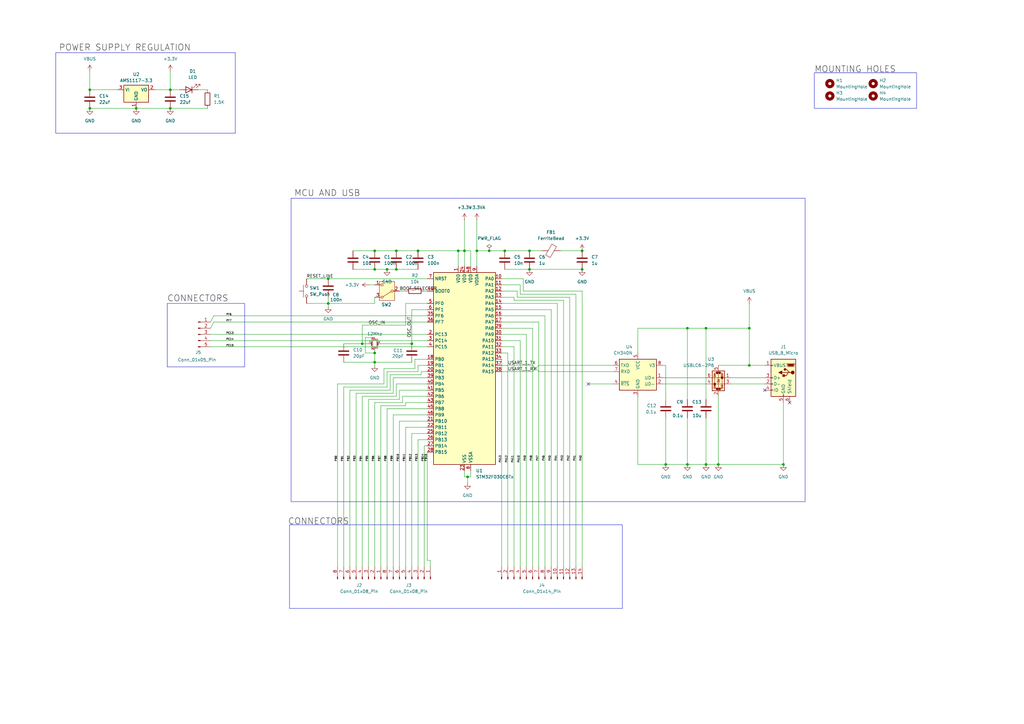
<source format=kicad_sch>
(kicad_sch (version 20231120) (generator "eeschema") (generator_version "8.0")
  (paper "A3")
  (title_block (title "STUDY_PROJECT") (rev "1.0V"))
  (lib_symbols
    (symbol "Connector:Conn_01x05_Pin" (pin_names (offset 1.016) hide)
      (property "Reference" "J" (at 0 7.62 0))
      (property "Value" "Conn_01x05_Pin" (at 0 -7.62 0))
      (symbol "Conn_01x05_Pin_1_1"
        (pin passive line (at 5.08 5.08 180) (length 3.81) (name "Pin_1") (number "1"))
        (pin passive line (at 5.08 2.54 180) (length 3.81) (name "Pin_2") (number "2"))
        (pin passive line (at 5.08 0 180) (length 3.81) (name "Pin_3") (number "3"))
        (pin passive line (at 5.08 -2.54 180) (length 3.81) (name "Pin_4") (number "4"))
        (pin passive line (at 5.08 -5.08 180) (length 3.81) (name "Pin_5") (number "5"))
      )
    )
    (symbol "Connector:Conn_01x08_Pin" (pin_names (offset 1.016) hide)
      (property "Reference" "J" (at 0 10.16 0))
      (property "Value" "Conn_01x08_Pin" (at 0 -12.7 0))
      (symbol "Conn_01x08_Pin_1_1"
        (pin passive line (at 5.08 7.62 180) (length 3.81) (name "Pin_1") (number "1"))
        (pin passive line (at 5.08 5.08 180) (length 3.81) (name "Pin_2") (number "2"))
        (pin passive line (at 5.08 2.54 180) (length 3.81) (name "Pin_3") (number "3"))
        (pin passive line (at 5.08 0 180) (length 3.81) (name "Pin_4") (number "4"))
        (pin passive line (at 5.08 -2.54 180) (length 3.81) (name "Pin_5") (number "5"))
        (pin passive line (at 5.08 -5.08 180) (length 3.81) (name "Pin_6") (number "6"))
        (pin passive line (at 5.08 -7.62 180) (length 3.81) (name "Pin_7") (number "7"))
        (pin passive line (at 5.08 -10.16 180) (length 3.81) (name "Pin_8") (number "8"))
      )
    )
    (symbol "Connector:Conn_01x14_Pin" (pin_names (offset 1.016) hide)
      (property "Reference" "J" (at 0 17.78 0))
      (property "Value" "Conn_01x14_Pin" (at 0 -20.32 0))
      (symbol "Conn_01x14_Pin_1_1"
        (pin passive line (at 5.08 15.24 180) (length 3.81) (name "Pin_1") (number "1"))
        (pin passive line (at 5.08 -7.62 180) (length 3.81) (name "Pin_10") (number "10"))
        (pin passive line (at 5.08 -10.16 180) (length 3.81) (name "Pin_11") (number "11"))
        (pin passive line (at 5.08 -12.7 180) (length 3.81) (name "Pin_12") (number "12"))
        (pin passive line (at 5.08 -15.24 180) (length 3.81) (name "Pin_13") (number "13"))
        (pin passive line (at 5.08 -17.78 180) (length 3.81) (name "Pin_14") (number "14"))
        (pin passive line (at 5.08 12.7 180) (length 3.81) (name "Pin_2") (number "2"))
        (pin passive line (at 5.08 10.16 180) (length 3.81) (name "Pin_3") (number "3"))
        (pin passive line (at 5.08 7.62 180) (length 3.81) (name "Pin_4") (number "4"))
        (pin passive line (at 5.08 5.08 180) (length 3.81) (name "Pin_5") (number "5"))
        (pin passive line (at 5.08 2.54 180) (length 3.81) (name "Pin_6") (number "6"))
        (pin passive line (at 5.08 0 180) (length 3.81) (name "Pin_7") (number "7"))
        (pin passive line (at 5.08 -2.54 180) (length 3.81) (name "Pin_8") (number "8"))
        (pin passive line (at 5.08 -5.08 180) (length 3.81) (name "Pin_9") (number "9"))
      )
    )
    (symbol "Connector:USB_B_Micro" (pin_names (offset 1.016))
      (property "Reference" "J" (at -5.08 11.43 0))
      (property "Value" "USB_B_Micro" (at -5.08 8.89 0))
      (symbol "USB_B_Micro_1_1"
        (pin power_out line (at 7.62 5.08 180) (length 2.54) (name "VBUS") (number "1"))
        (pin bidirectional line (at 7.62 -2.54 180) (length 2.54) (name "D-") (number "2"))
        (pin bidirectional line (at 7.62 0 180) (length 2.54) (name "D+") (number "3"))
        (pin passive line (at 7.62 -5.08 180) (length 2.54) (name "ID") (number "4"))
        (pin power_out line (at 0 -10.16 90) (length 2.54) (name "GND") (number "5"))
        (pin passive line (at -2.54 -10.16 90) (length 2.54) (name "Shield") (number "6"))
      )
    )
    (symbol "Device:C" (pin_numbers hide) (pin_names (offset 0.254))
      (property "Reference" "C" (at 0.635 2.54 0))
      (property "Value" "C" (at 0.635 -2.54 0))
      (symbol "C_1_1"
        (pin passive line (at 0 3.81 270) (length 2.794) (name "~") (number "1"))
        (pin passive line (at 0 -3.81 90) (length 2.794) (name "~") (number "2"))
      )
    )
    (symbol "Device:Crystal_GND23_Small" (pin_names (offset 1.016) hide)
      (property "Reference" "Y" (at 1.27 4.445 0))
      (property "Value" "Crystal_GND23_Small" (at 1.27 2.54 0))
      (symbol "Crystal_GND23_Small_1_1"
        (pin passive line (at -2.54 0 0) (length 1.27) (name "1") (number "1"))
        (pin passive line (at 0 -2.54 90) (length 0.635) (name "2") (number "2"))
        (pin passive line (at 0 2.54 270) (length 0.635) (name "3") (number "3"))
        (pin passive line (at 2.54 0 180) (length 1.27) (name "4") (number "4"))
      )
    )
    (symbol "Device:FerriteBead" (pin_numbers hide) (pin_names (offset 0))
      (property "Reference" "FB" (at -3.81 0.635 90))
      (property "Value" "FerriteBead" (at 3.81 0 90))
      (symbol "FerriteBead_1_1"
        (pin passive line (at 0 3.81 270) (length 2.54) (name "~") (number "1"))
        (pin passive line (at 0 -3.81 90) (length 2.54) (name "~") (number "2"))
      )
    )
    (symbol "Device:LED" (pin_numbers hide) (pin_names (offset 1.016) hide)
      (property "Reference" "D" (at 0 2.54 0))
      (property "Value" "LED" (at 0 -2.54 0))
      (symbol "LED_1_1"
        (pin passive line (at -3.81 0 0) (length 2.54) (name "K") (number "1"))
        (pin passive line (at 3.81 0 180) (length 2.54) (name "A") (number "2"))
      )
    )
    (symbol "Device:R" (pin_numbers hide) (pin_names (offset 0))
      (property "Reference" "R" (at 2.032 0 90))
      (property "Value" "R" (at 0 0 90))
      (symbol "R_1_1"
        (pin passive line (at 0 3.81 270) (length 1.27) (name "~") (number "1"))
        (pin passive line (at 0 -3.81 90) (length 1.27) (name "~") (number "2"))
      )
    )
    (symbol "Interface_USB:CH340N"
      (property "Reference" "U" (at -7.62 6.35 0))
      (property "Value" "CH340N" (at 7.62 6.35 0))
      (symbol "CH340N_1_1"
        (pin bidirectional line (at -10.16 -2.54 0) (length 2.54) (name "UD+") (number "1"))
        (pin bidirectional line (at -10.16 -5.08 0) (length 2.54) (name "UD-") (number "2"))
        (pin power_in line (at 0 -10.16 90) (length 2.54) (name "GND") (number "3"))
        (pin output line (at 10.16 -5.08 180) (length 2.54) (name "~{RTS}") (number "4"))
        (pin power_in line (at 0 7.62 270) (length 2.54) (name "VCC") (number "5"))
        (pin output line (at 10.16 2.54 180) (length 2.54) (name "TXD") (number "6"))
        (pin input line (at 10.16 0 180) (length 2.54) (name "RXD") (number "7"))
        (pin passive line (at -10.16 2.54 0) (length 2.54) (name "V3") (number "8"))
      )
    )
    (symbol "MCU_ST_STM32F0:STM32F030C6Tx"
      (property "Reference" "U" (at -12.7 41.91 0))
      (property "Value" "STM32F030C6Tx" (at 7.62 41.91 0))
      (symbol "STM32F030C6Tx_1_1"
        (pin power_in line (at -2.54 43.18 270) (length 2.54) (name "VDD") (number "1"))
        (pin bidirectional line (at 15.24 38.1 180) (length 2.54) (name "PA0") (number "10"))
        (pin bidirectional line (at 15.24 35.56 180) (length 2.54) (name "PA1") (number "11"))
        (pin bidirectional line (at 15.24 33.02 180) (length 2.54) (name "PA2") (number "12"))
        (pin bidirectional line (at 15.24 30.48 180) (length 2.54) (name "PA3") (number "13"))
        (pin bidirectional line (at 15.24 27.94 180) (length 2.54) (name "PA4") (number "14"))
        (pin bidirectional line (at 15.24 25.4 180) (length 2.54) (name "PA5") (number "15"))
        (pin bidirectional line (at 15.24 22.86 180) (length 2.54) (name "PA6") (number "16"))
        (pin bidirectional line (at 15.24 20.32 180) (length 2.54) (name "PA7") (number "17"))
        (pin bidirectional line (at -15.24 5.08 0) (length 2.54) (name "PB0") (number "18"))
        (pin bidirectional line (at -15.24 2.54 0) (length 2.54) (name "PB1") (number "19"))
        (pin bidirectional line (at -15.24 15.24 0) (length 2.54) (name "PC13") (number "2"))
        (pin bidirectional line (at -15.24 0 0) (length 2.54) (name "PB2") (number "20"))
        (pin bidirectional line (at -15.24 -20.32 0) (length 2.54) (name "PB10") (number "21"))
        (pin bidirectional line (at -15.24 -22.86 0) (length 2.54) (name "PB11") (number "22"))
        (pin power_in line (at 0 -40.64 90) (length 2.54) (name "VSS") (number "23"))
        (pin power_in line (at 0 43.18 270) (length 2.54) (name "VDD") (number "24"))
        (pin bidirectional line (at -15.24 -25.4 0) (length 2.54) (name "PB12") (number "25"))
        (pin bidirectional line (at -15.24 -27.94 0) (length 2.54) (name "PB13") (number "26"))
        (pin bidirectional line (at -15.24 -30.48 0) (length 2.54) (name "PB14") (number "27"))
        (pin bidirectional line (at -15.24 -33.02 0) (length 2.54) (name "PB15") (number "28"))
        (pin bidirectional line (at 15.24 17.78 180) (length 2.54) (name "PA8") (number "29"))
        (pin bidirectional line (at -15.24 12.7 0) (length 2.54) (name "PC14") (number "3"))
        (pin bidirectional line (at 15.24 15.24 180) (length 2.54) (name "PA9") (number "30"))
        (pin bidirectional line (at 15.24 12.7 180) (length 2.54) (name "PA10") (number "31"))
        (pin bidirectional line (at 15.24 10.16 180) (length 2.54) (name "PA11") (number "32"))
        (pin bidirectional line (at 15.24 7.62 180) (length 2.54) (name "PA12") (number "33"))
        (pin bidirectional line (at 15.24 5.08 180) (length 2.54) (name "PA13") (number "34"))
        (pin bidirectional line (at -15.24 22.86 0) (length 2.54) (name "PF6") (number "35"))
        (pin bidirectional line (at -15.24 20.32 0) (length 2.54) (name "PF7") (number "36"))
        (pin bidirectional line (at 15.24 2.54 180) (length 2.54) (name "PA14") (number "37"))
        (pin bidirectional line (at 15.24 0 180) (length 2.54) (name "PA15") (number "38"))
        (pin bidirectional line (at -15.24 -2.54 0) (length 2.54) (name "PB3") (number "39"))
        (pin bidirectional line (at -15.24 10.16 0) (length 2.54) (name "PC15") (number "4"))
        (pin bidirectional line (at -15.24 -5.08 0) (length 2.54) (name "PB4") (number "40"))
        (pin bidirectional line (at -15.24 -7.62 0) (length 2.54) (name "PB5") (number "41"))
        (pin bidirectional line (at -15.24 -10.16 0) (length 2.54) (name "PB6") (number "42"))
        (pin bidirectional line (at -15.24 -12.7 0) (length 2.54) (name "PB7") (number "43"))
        (pin input line (at -15.24 33.02 0) (length 2.54) (name "BOOT0") (number "44"))
        (pin bidirectional line (at -15.24 -15.24 0) (length 2.54) (name "PB8") (number "45"))
        (pin bidirectional line (at -15.24 -17.78 0) (length 2.54) (name "PB9") (number "46"))
        (pin passive line (at 0 -40.64 90) (length 2.54) hide (name "VSS") (number "47"))
        (pin power_in line (at 2.54 43.18 270) (length 2.54) (name "VDD") (number "48"))
        (pin bidirectional line (at -15.24 27.94 0) (length 2.54) (name "PF0") (number "5"))
        (pin bidirectional line (at -15.24 25.4 0) (length 2.54) (name "PF1") (number "6"))
        (pin input line (at -15.24 38.1 0) (length 2.54) (name "NRST") (number "7"))
        (pin power_in line (at 2.54 -40.64 90) (length 2.54) (name "VSSA") (number "8"))
        (pin power_in line (at 5.08 43.18 270) (length 2.54) (name "VDDA") (number "9"))
      )
    )
    (symbol "Mechanical:MountingHole" (pin_names (offset 1.016)) (exclude_from_sim yes) (in_bom no)
      (property "Reference" "H" (at 0 5.08 0))
      (property "Value" "MountingHole" (at 0 3.175 0))
    )
    (symbol "Power_Protection:USBLC6-2P6" (pin_names hide)
      (property "Reference" "U" (at 0.635 5.715 0))
      (property "Value" "USBLC6-2P6" (at 0.635 3.81 0))
      (symbol "USBLC6-2P6_1_1"
        (pin passive line (at -5.08 0 0) (length 2.54) (name "I/O1") (number "1"))
        (pin passive line (at 0 -7.62 90) (length 2.54) (name "GND") (number "2"))
        (pin passive line (at -5.08 -2.54 0) (length 2.54) (name "I/O2") (number "3"))
        (pin passive line (at 5.08 -2.54 180) (length 2.54) (name "I/O2") (number "4"))
        (pin passive line (at 0 5.08 270) (length 2.54) (name "VBUS") (number "5"))
        (pin passive line (at 5.08 0 180) (length 2.54) (name "I/O1") (number "6"))
      )
    )
    (symbol "Regulator_Linear:AMS1117-3.3"
      (property "Reference" "U" (at -3.81 3.175 0))
      (property "Value" "AMS1117-3.3" (at 0 3.175 0))
      (symbol "AMS1117-3.3_1_1"
        (pin power_in line (at 0 -7.62 90) (length 2.54) (name "GND") (number "1"))
        (pin power_out line (at 7.62 0 180) (length 2.54) (name "VO") (number "2"))
        (pin power_in line (at -7.62 0 0) (length 2.54) (name "VI") (number "3"))
      )
    )
    (symbol "Switch:SW_Nidec_CAS-120A1" (pin_names (offset 1) hide)
      (property "Reference" "SW" (at 0 4.318 0))
      (property "Value" "SW_Nidec_CAS-120A1" (at 0 -5.08 0))
      (symbol "SW_Nidec_CAS-120A1_1_1"
        (pin passive line (at 5.08 -2.54 180) (length 2.54) (name "C") (number "1"))
        (pin passive line (at -5.08 0 0) (length 2.54) (name "B") (number "2"))
        (pin passive line (at 5.08 2.54 180) (length 2.54) (name "A") (number "3"))
      )
    )
    (symbol "Switch:SW_Push" (pin_numbers hide) (pin_names (offset 1.016) hide)
      (property "Reference" "SW" (at 1.27 2.54 0))
      (property "Value" "SW_Push" (at 0 -1.524 0))
      (symbol "SW_Push_0_1"
        (pin passive line (at -5.08 0 0) (length 2.54) (name "1") (number "1"))
        (pin passive line (at 5.08 0 180) (length 2.54) (name "2") (number "2"))
      )
    )
    (symbol "power:+3.3V" (power) (pin_numbers hide) (pin_names (offset 0) hide)
      (property "Value" "+3.3V" (at 0 3.556 0))
      (symbol "+3.3V_1_1"
        (pin power_in line (at 0 0 90) (length 0) (name "~") (number "1"))
      )
    )
    (symbol "power:+3.3VA" (power) (pin_numbers hide) (pin_names (offset 0) hide)
      (property "Value" "+3.3VA" (at 0 3.556 0))
      (symbol "+3.3VA_1_1"
        (pin power_in line (at 0 0 90) (length 0) (name "~") (number "1"))
      )
    )
    (symbol "power:GND" (power) (pin_numbers hide) (pin_names (offset 0) hide)
      (property "Value" "GND" (at 0 -3.81 0))
      (symbol "GND_1_1"
        (pin power_in line (at 0 0 270) (length 0) (name "~") (number "1"))
      )
    )
    (symbol "power:PWR_FLAG" (power) (pin_numbers hide) (pin_names (offset 0) hide)
      (property "Value" "PWR_FLAG" (at 0 3.81 0))
      (symbol "PWR_FLAG_0_0"
        (pin power_out line (at 0 0 90) (length 0) (name "~") (number "1"))
      )
    )
    (symbol "power:VBUS" (power) (pin_numbers hide) (pin_names (offset 0) hide)
      (property "Value" "VBUS" (at 0 3.556 0))
      (symbol "VBUS_1_1"
        (pin power_in line (at 0 0 90) (length 0) (name "~") (number "1"))
      )
    )
  )
  (junction (at 238.76 102.87))
  (junction (at 238.76 110.49))
  (junction (at 294.64 190.5))
  (junction (at 148.59 140.97))
  (junction (at 195.58 102.87))
  (junction (at 307.34 149.86))
  (junction (at 134.62 124.46))
  (junction (at 158.75 110.49))
  (junction (at 217.17 102.87))
  (junction (at 69.85 36.83))
  (junction (at 281.94 134.62))
  (junction (at 273.05 190.5))
  (junction (at 217.17 110.49))
  (junction (at 171.45 102.87))
  (junction (at 207.01 102.87))
  (junction (at 69.85 44.45))
  (junction (at 36.83 36.83))
  (junction (at 289.56 190.5))
  (junction (at 281.94 190.5))
  (junction (at 162.56 110.49))
  (junction (at 190.5 102.87))
  (junction (at 200.66 102.87))
  (junction (at 307.34 134.62))
  (junction (at 36.83 44.45))
  (junction (at 321.31 190.5))
  (junction (at 289.56 134.62))
  (junction (at 187.96 102.87))
  (junction (at 191.77 195.58))
  (junction (at 55.88 44.45))
  (junction (at 134.62 114.3))
  (junction (at 168.91 140.97))
  (junction (at 162.56 102.87))
  (junction (at 153.67 110.49))
  (junction (at 153.67 102.87))
  (junction (at 153.67 148.59))
  (junction (at 153.67 144.78))
  (no_connect (at 241.3 157.48))
  (no_connect (at 323.85 165.1))
  (no_connect (at 313.69 160.02))
  (wire (pts (xy 175.26 170.18) (xy 161.29 170.18)))
  (wire (pts (xy 163.83 119.38) (xy 166.37 119.38)))
  (wire (pts (xy 175.26 152.4) (xy 172.72 152.4)))
  (wire (pts (xy 187.96 102.87) (xy 190.5 102.87)))
  (wire (pts (xy 69.85 36.83) (xy 73.66 36.83)))
  (wire (pts (xy 151.13 163.83) (xy 151.13 232.41)))
  (wire (pts (xy 212.09 119.38) (xy 212.09 121.92)))
  (wire (pts (xy 166.37 232.41) (xy 166.37 175.26)))
  (wire (pts (xy 170.18 151.13) (xy 157.48 151.13)))
  (wire (pts (xy 205.74 132.08) (xy 220.98 132.08)))
  (wire (pts (xy 213.36 116.84) (xy 213.36 120.65)))
  (wire (pts (xy 162.56 110.49) (xy 171.45 110.49)))
  (wire (pts (xy 321.31 165.1) (xy 321.31 190.5)))
  (wire (pts (xy 193.04 102.87) (xy 193.04 109.22)))
  (wire (pts (xy 175.26 177.8) (xy 168.91 177.8)))
  (wire (pts (xy 261.62 134.62) (xy 261.62 144.78)))
  (wire (pts (xy 175.26 229.87) (xy 176.53 229.87)))
  (wire (pts (xy 273.05 149.86) (xy 273.05 163.83)))
  (wire (pts (xy 153.67 165.1) (xy 165.1 165.1)))
  (wire (pts (xy 87.63 132.08) (xy 86.36 134.62)))
  (wire (pts (xy 228.6 124.46) (xy 228.6 232.41)))
  (wire (pts (xy 289.56 171.45) (xy 289.56 190.5)))
  (wire (pts (xy 200.66 102.87) (xy 207.01 102.87)))
  (wire (pts (xy 134.62 121.92) (xy 134.62 124.46)))
  (wire (pts (xy 161.29 161.29) (xy 161.29 154.94)))
  (wire (pts (xy 213.36 139.7) (xy 213.36 232.41)))
  (wire (pts (xy 187.96 109.22) (xy 187.96 102.87)))
  (wire (pts (xy 218.44 134.62) (xy 218.44 232.41)))
  (wire (pts (xy 158.75 167.64) (xy 158.75 232.41)))
  (wire (pts (xy 165.1 165.1) (xy 165.1 162.56)))
  (wire (pts (xy 86.36 139.7) (xy 175.26 139.7)))
  (wire (pts (xy 153.67 148.59) (xy 153.67 149.86)))
  (wire (pts (xy 149.86 144.78) (xy 153.67 144.78)))
  (wire (pts (xy 148.59 133.35) (xy 166.37 133.35)))
  (wire (pts (xy 138.43 157.48) (xy 138.43 232.41)))
  (wire (pts (xy 140.97 140.97) (xy 148.59 140.97)))
  (wire (pts (xy 168.91 140.97) (xy 156.21 140.97)))
  (wire (pts (xy 261.62 134.62) (xy 281.94 134.62)))
  (wire (pts (xy 271.78 154.94) (xy 289.56 154.94)))
  (wire (pts (xy 210.82 123.19) (xy 231.14 123.19)))
  (wire (pts (xy 144.78 102.87) (xy 153.67 102.87)))
  (wire (pts (xy 171.45 180.34) (xy 171.45 232.41)))
  (wire (pts (xy 313.69 149.86) (xy 307.34 149.86)))
  (wire (pts (xy 157.48 151.13) (xy 157.48 157.48)))
  (wire (pts (xy 160.02 160.02) (xy 143.51 160.02)))
  (wire (pts (xy 205.74 116.84) (xy 213.36 116.84)))
  (wire (pts (xy 307.34 124.46) (xy 307.34 134.62)))
  (wire (pts (xy 158.75 152.4) (xy 171.45 152.4)))
  (wire (pts (xy 153.67 124.46) (xy 134.62 124.46)))
  (wire (pts (xy 176.53 229.87) (xy 176.53 232.41)))
  (wire (pts (xy 307.34 134.62) (xy 307.34 149.86)))
  (wire (pts (xy 173.99 182.88) (xy 173.99 232.41)))
  (wire (pts (xy 63.5 36.83) (xy 69.85 36.83)))
  (wire (pts (xy 125.73 114.3) (xy 134.62 114.3)))
  (wire (pts (xy 69.85 44.45) (xy 55.88 44.45)))
  (wire (pts (xy 214.63 119.38) (xy 238.76 119.38)))
  (wire (pts (xy 149.86 138.43) (xy 149.86 144.78)))
  (wire (pts (xy 313.69 154.94) (xy 299.72 154.94)))
  (wire (pts (xy 166.37 165.1) (xy 175.26 165.1)))
  (wire (pts (xy 191.77 195.58) (xy 193.04 195.58)))
  (wire (pts (xy 153.67 110.49) (xy 158.75 110.49)))
  (wire (pts (xy 158.75 110.49) (xy 162.56 110.49)))
  (wire (pts (xy 207.01 110.49) (xy 217.17 110.49)))
  (wire (pts (xy 217.17 110.49) (xy 238.76 110.49)))
  (wire (pts (xy 163.83 232.41) (xy 163.83 172.72)))
  (wire (pts (xy 307.34 149.86) (xy 294.64 149.86)))
  (wire (pts (xy 168.91 177.8) (xy 168.91 232.41)))
  (wire (pts (xy 171.45 149.86) (xy 175.26 149.86)))
  (wire (pts (xy 236.22 120.65) (xy 236.22 232.41)))
  (wire (pts (xy 313.69 157.48) (xy 299.72 157.48)))
  (wire (pts (xy 153.67 232.41) (xy 153.67 165.1)))
  (wire (pts (xy 229.87 102.87) (xy 238.76 102.87)))
  (wire (pts (xy 144.78 110.49) (xy 153.67 110.49)))
  (wire (pts (xy 294.64 162.56) (xy 294.64 190.5)))
  (wire (pts (xy 160.02 153.67) (xy 160.02 160.02)))
  (wire (pts (xy 205.74 144.78) (xy 208.28 144.78)))
  (wire (pts (xy 205.74 119.38) (xy 212.09 119.38)))
  (wire (pts (xy 208.28 144.78) (xy 208.28 232.41)))
  (wire (pts (xy 190.5 195.58) (xy 191.77 195.58)))
  (wire (pts (xy 210.82 142.24) (xy 210.82 232.41)))
  (wire (pts (xy 125.73 124.46) (xy 134.62 124.46)))
  (wire (pts (xy 148.59 140.97) (xy 151.13 140.97)))
  (wire (pts (xy 195.58 109.22) (xy 195.58 102.87)))
  (wire (pts (xy 36.83 44.45) (xy 55.88 44.45)))
  (wire (pts (xy 175.26 160.02) (xy 163.83 160.02)))
  (wire (pts (xy 158.75 158.75) (xy 158.75 152.4)))
  (wire (pts (xy 143.51 160.02) (xy 143.51 232.41)))
  (wire (pts (xy 223.52 129.54) (xy 223.52 232.41)))
  (wire (pts (xy 36.83 36.83) (xy 48.26 36.83)))
  (wire (pts (xy 175.26 185.42) (xy 175.26 229.87)))
  (wire (pts (xy 156.21 166.37) (xy 166.37 166.37)))
  (wire (pts (xy 173.99 119.38) (xy 175.26 119.38)))
  (wire (pts (xy 261.62 162.56) (xy 261.62 190.5)))
  (wire (pts (xy 175.26 127) (xy 168.91 127)))
  (wire (pts (xy 175.26 182.88) (xy 173.99 182.88)))
  (wire (pts (xy 190.5 193.04) (xy 190.5 195.58)))
  (wire (pts (xy 193.04 195.58) (xy 193.04 193.04)))
  (wire (pts (xy 175.26 167.64) (xy 158.75 167.64)))
  (wire (pts (xy 205.74 129.54) (xy 223.52 129.54)))
  (wire (pts (xy 175.26 180.34) (xy 171.45 180.34)))
  (wire (pts (xy 153.67 143.51) (xy 153.67 144.78)))
  (wire (pts (xy 205.74 137.16) (xy 215.9 137.16)))
  (wire (pts (xy 190.5 102.87) (xy 190.5 109.22)))
  (wire (pts (xy 161.29 154.94) (xy 175.26 154.94)))
  (wire (pts (xy 134.62 125.73) (xy 134.62 124.46)))
  (wire (pts (xy 205.74 149.86) (xy 218.44 149.86)))
  (wire (pts (xy 166.37 175.26) (xy 175.26 175.26)))
  (wire (pts (xy 233.68 121.92) (xy 233.68 232.41)))
  (wire (pts (xy 175.26 157.48) (xy 162.56 157.48)))
  (wire (pts (xy 140.97 232.41) (xy 140.97 158.75)))
  (wire (pts (xy 214.63 114.3) (xy 214.63 119.38)))
  (wire (pts (xy 205.74 142.24) (xy 210.82 142.24)))
  (wire (pts (xy 220.98 152.4) (xy 218.44 149.86)))
  (wire (pts (xy 163.83 160.02) (xy 163.83 163.83)))
  (wire (pts (xy 281.94 134.62) (xy 281.94 163.83)))
  (wire (pts (xy 220.98 152.4) (xy 251.46 152.4)))
  (wire (pts (xy 281.94 190.5) (xy 273.05 190.5)))
  (wire (pts (xy 86.36 142.24) (xy 175.26 142.24)))
  (wire (pts (xy 195.58 90.17) (xy 195.58 102.87)))
  (wire (pts (xy 156.21 232.41) (xy 156.21 166.37)))
  (wire (pts (xy 207.01 102.87) (xy 217.17 102.87)))
  (wire (pts (xy 168.91 127) (xy 168.91 140.97)))
  (wire (pts (xy 171.45 152.4) (xy 171.45 149.86)))
  (wire (pts (xy 251.46 157.48) (xy 241.3 157.48)))
  (wire (pts (xy 220.98 149.86) (xy 218.44 152.4)))
  (wire (pts (xy 151.13 116.84) (xy 153.67 116.84)))
  (wire (pts (xy 140.97 148.59) (xy 153.67 148.59)))
  (wire (pts (xy 162.56 102.87) (xy 171.45 102.87)))
  (wire (pts (xy 289.56 190.5) (xy 281.94 190.5)))
  (wire (pts (xy 171.45 102.87) (xy 187.96 102.87)))
  (wire (pts (xy 166.37 133.35) (xy 166.37 124.46)))
  (wire (pts (xy 86.36 137.16) (xy 175.26 137.16)))
  (wire (pts (xy 87.63 129.54) (xy 175.26 129.54)))
  (wire (pts (xy 273.05 190.5) (xy 261.62 190.5)))
  (wire (pts (xy 205.74 134.62) (xy 218.44 134.62)))
  (wire (pts (xy 163.83 172.72) (xy 175.26 172.72)))
  (wire (pts (xy 213.36 120.65) (xy 236.22 120.65)))
  (wire (pts (xy 212.09 121.92) (xy 233.68 121.92)))
  (wire (pts (xy 153.67 121.92) (xy 153.67 124.46)))
  (wire (pts (xy 134.62 114.3) (xy 175.26 114.3)))
  (wire (pts (xy 217.17 102.87) (xy 222.25 102.87)))
  (wire (pts (xy 163.83 163.83) (xy 151.13 163.83)))
  (wire (pts (xy 205.74 152.4) (xy 218.44 152.4)))
  (wire (pts (xy 166.37 124.46) (xy 175.26 124.46)))
  (wire (pts (xy 160.02 153.67) (xy 172.72 153.67)))
  (wire (pts (xy 210.82 121.92) (xy 210.82 123.19)))
  (wire (pts (xy 87.63 132.08) (xy 175.26 132.08)))
  (wire (pts (xy 281.94 171.45) (xy 281.94 190.5)))
  (wire (pts (xy 153.67 138.43) (xy 149.86 138.43)))
  (wire (pts (xy 273.05 171.45) (xy 273.05 190.5)))
  (wire (pts (xy 153.67 102.87) (xy 162.56 102.87)))
  (wire (pts (xy 220.98 149.86) (xy 251.46 149.86)))
  (wire (pts (xy 205.74 124.46) (xy 228.6 124.46)))
  (wire (pts (xy 175.26 147.32) (xy 170.18 147.32)))
  (wire (pts (xy 220.98 132.08) (xy 220.98 232.41)))
  (wire (pts (xy 294.64 190.5) (xy 289.56 190.5)))
  (wire (pts (xy 162.56 162.56) (xy 148.59 162.56)))
  (wire (pts (xy 321.31 190.5) (xy 294.64 190.5)))
  (wire (pts (xy 148.59 162.56) (xy 148.59 232.41)))
  (wire (pts (xy 69.85 44.45) (xy 85.09 44.45)))
  (wire (pts (xy 231.14 123.19) (xy 231.14 232.41)))
  (wire (pts (xy 289.56 134.62) (xy 289.56 163.83)))
  (wire (pts (xy 190.5 90.17) (xy 190.5 102.87)))
  (wire (pts (xy 191.77 195.58) (xy 191.77 198.12)))
  (wire (pts (xy 166.37 166.37) (xy 166.37 165.1)))
  (wire (pts (xy 215.9 137.16) (xy 215.9 232.41)))
  (wire (pts (xy 162.56 157.48) (xy 162.56 162.56)))
  (wire (pts (xy 205.74 147.32) (xy 205.74 232.41)))
  (wire (pts (xy 190.5 102.87) (xy 193.04 102.87)))
  (wire (pts (xy 289.56 134.62) (xy 307.34 134.62)))
  (wire (pts (xy 153.67 144.78) (xy 153.67 148.59)))
  (wire (pts (xy 226.06 127) (xy 226.06 232.41)))
  (wire (pts (xy 161.29 170.18) (xy 161.29 232.41)))
  (wire (pts (xy 205.74 121.92) (xy 210.82 121.92)))
  (wire (pts (xy 205.74 127) (xy 226.06 127)))
  (wire (pts (xy 238.76 119.38) (xy 238.76 232.41)))
  (wire (pts (xy 205.74 114.3) (xy 214.63 114.3)))
  (wire (pts (xy 140.97 158.75) (xy 158.75 158.75)))
  (wire (pts (xy 157.48 157.48) (xy 138.43 157.48)))
  (wire (pts (xy 153.67 148.59) (xy 168.91 148.59)))
  (wire (pts (xy 289.56 157.48) (xy 271.78 157.48)))
  (wire (pts (xy 81.28 36.83) (xy 85.09 36.83)))
  (wire (pts (xy 165.1 162.56) (xy 175.26 162.56)))
  (wire (pts (xy 36.83 29.21) (xy 36.83 36.83)))
  (wire (pts (xy 172.72 152.4) (xy 172.72 153.67)))
  (wire (pts (xy 205.74 139.7) (xy 213.36 139.7)))
  (wire (pts (xy 195.58 102.87) (xy 200.66 102.87)))
  (wire (pts (xy 146.05 161.29) (xy 161.29 161.29)))
  (wire (pts (xy 148.59 140.97) (xy 148.59 133.35)))
  (wire (pts (xy 87.63 129.54) (xy 86.36 132.08)))
  (wire (pts (xy 146.05 232.41) (xy 146.05 161.29)))
  (wire (pts (xy 271.78 149.86) (xy 273.05 149.86)))
  (wire (pts (xy 281.94 134.62) (xy 289.56 134.62)))
  (wire (pts (xy 170.18 147.32) (xy 170.18 151.13)))
  (wire (pts (xy 69.85 29.21) (xy 69.85 36.83)))
  (rectangle (start 334.01 29.845) (end 375.92 44.45))
  (rectangle (start 68.58 124.46) (end 100.33 150.495))
  (rectangle (start 118.745 215.265) (end 255.27 249.555))
  (rectangle (start 119.38 81.28) (end 330.2 205.74))
  (rectangle (start 22.86 21.59) (end 96.52 54.61))
  (label "PB7" (at 156.21 189.23 90) (effects (font (size 0.762 0.762))))
  (label "RESET_LINE" (at 125.73 114.3 0))
  (label "USART_1_TX" (at 208.28 149.86 0))
  (label "PB6" (at 153.67 189.23 90) (effects (font (size 0.762 0.762))))
  (label "BOOT_SELECTOR" (at 163.83 119.38 0))
  (label "PB12" (at 168.91 189.23 90) (effects (font (size 0.762 0.762))))
  (label "CONNECTORS" (at 118.11 215.9 0) (effects (font (size 2.54 2.54))))
  (label "PB13" (at 171.45 189.23 90) (effects (font (size 0.762 0.762))))
  (label "PB5" (at 151.13 189.23 90) (effects (font (size 0.762 0.762))))
  (label "MOUNTING HOLES" (at 334.01 30.48 0) (effects (font (size 2.54 2.54))))
  (label "PA5" (at 226.06 186.69 270) (effects (font (size 0.762 0.762))))
  (label "USART_1_RX" (at 208.28 152.4 0))
  (label "PA4" (at 228.6 186.69 270) (effects (font (size 0.762 0.762))))
  (label "PA0" (at 238.76 186.69 270) (effects (font (size 0.762 0.762))))
  (label "PB9" (at 161.29 189.23 90) (effects (font (size 0.762 0.762))))
  (label "PB1" (at 140.97 189.23 90) (effects (font (size 0.762 0.762))))
  (label "PA12" (at 208.28 186.69 270) (effects (font (size 0.762 0.762))))
  (label "OSC_OUT" (at 168.91 138.43 90))
  (label "PF7" (at 92.71 132.08 0) (effects (font (size 0.762 0.762))))
  (label "PB10" (at 163.83 189.23 90) (effects (font (size 0.762 0.762))))
  (label "PA8" (at 218.44 186.69 270) (effects (font (size 0.762 0.762))))
  (label "PA10" (at 213.36 186.69 270) (effects (font (size 0.762 0.762))))
  (label "PB8" (at 158.75 189.23 90) (effects (font (size 0.762 0.762))))
  (label "PB11" (at 166.37 189.23 90) (effects (font (size 0.762 0.762))))
  (label "PB4" (at 148.59 189.23 90) (effects (font (size 0.762 0.762))))
  (label "POWER SUPPLY REGULATION" (at 24.13 21.59 0) (effects (font (size 2.54 2.54))))
  (label "PB2" (at 143.51 189.23 90) (effects (font (size 0.762 0.762))))
  (label "PC13" (at 92.71 137.16 0) (effects (font (size 0.762 0.762))))
  (label "PA13" (at 205.74 186.69 270) (effects (font (size 0.762 0.762))))
  (label "PA2" (at 233.68 186.69 270) (effects (font (size 0.762 0.762))))
  (label "PA6" (at 223.52 186.69 270) (effects (font (size 0.762 0.762))))
  (label "PA3" (at 231.14 186.69 270) (effects (font (size 0.762 0.762))))
  (label "PA7" (at 220.98 186.69 270) (effects (font (size 0.762 0.762))))
  (label "OSC_IN" (at 151.13 133.35 0))
  (label "PB3" (at 146.05 189.23 90) (effects (font (size 0.762 0.762))))
  (label "PA1" (at 236.22 186.69 270) (effects (font (size 0.762 0.762))))
  (label "CONNECTORS" (at 68.58 124.46 0) (effects (font (size 2.54 2.54))))
  (label "PF6" (at 92.71 129.54 0) (effects (font (size 0.762 0.762))))
  (label "PB0" (at 138.43 189.23 90) (effects (font (size 0.762 0.762))))
  (label "PA11" (at 210.82 186.69 270) (effects (font (size 0.762 0.762))))
  (label "PC14" (at 92.71 139.7 0) (effects (font (size 0.762 0.762))))
  (label "PB14" (at 173.99 189.23 90) (effects (font (size 0.762 0.762))))
  (label "PA9" (at 215.9 186.69 270) (effects (font (size 0.762 0.762))))
  (label "MCU AND USB" (at 120.65 81.28 0) (effects (font (size 2.54 2.54))))
  (label "PC15" (at 92.71 142.24 0) (effects (font (size 0.762 0.762))))
  (label "PB15" (at 175.26 189.23 90) (effects (font (size 0.762 0.762))))
  (symbol (lib_id "power:GND") (at 158.75 110.49 0) (unit 1)
    (property "Reference" "#PWR013" (effects (hide yes)))
    (property "Value" "GND" (at 158.75 115.57 0))
    (property "Description" "Power symbol creates a global label with name \"GND\" , ground" (effects (hide yes)))
  )
  (symbol (lib_id "power:GND") (at 153.67 149.86 0) (unit 1)
    (property "Reference" "#PWR09" (effects (hide yes)))
    (property "Value" "GND" (at 153.67 154.94 0))
    (property "Description" "Power symbol creates a global label with name \"GND\" , ground" (effects (hide yes)))
  )
  (symbol (lib_id "Device:C") (at 168.91 144.78 0) (unit 1)
    (property "Reference" "C11" (at 161.29 143.764 0) (effects (justify left)))
    (property "Value" "20pF" (at 160.782 146.05 0) (effects (justify left)))
    (property "Footprint" "Capacitor_SMD:C_0201_0603Metric_Pad0.64x0.40mm_HandSolder" (effects (hide yes)))
    (property "Description" "Unpolarized capacitor" (effects (hide yes)))
  )
  (symbol (lib_id "power:PWR_FLAG") (at 200.66 102.87 0) (unit 1)
    (property "Reference" "#FLG01" (effects (hide yes)))
    (property "Value" "PWR_FLAG" (at 200.66 97.79 0))
    (property "Description" "Special symbol for telling ERC where power comes from" (effects (hide yes)))
  )
  (symbol (lib_id "Device:C") (at 69.85 40.64 0) (unit 1)
    (property "Reference" "C15" (at 73.66 39.3699 0) (effects (justify left)))
    (property "Value" "22uf" (at 73.66 41.9099 0) (effects (justify left)))
    (property "Footprint" "Capacitor_SMD:C_0402_1005Metric_Pad0.74x0.62mm_HandSolder" (effects (hide yes)))
    (property "Description" "Unpolarized capacitor" (effects (hide yes)))
  )
  (symbol (lib_id "power:GND") (at 191.77 198.12 0) (unit 1)
    (property "Reference" "#PWR05" (effects (hide yes)))
    (property "Value" "GND" (at 191.77 203.2 0))
    (property "Description" "Power symbol creates a global label with name \"GND\" , ground" (effects (hide yes)))
  )
  (symbol (lib_id "power:GND") (at 36.83 44.45 0) (unit 1)
    (property "Reference" "#PWR018" (effects (hide yes)))
    (property "Value" "GND" (at 36.83 49.53 0))
    (property "Description" "Power symbol creates a global label with name \"GND\" , ground" (effects (hide yes)))
  )
  (symbol (lib_id "Device:C") (at 281.94 167.64 0) (mirror y) (unit 1)
    (property "Reference" "C9" (at 280.162 164.846 0) (effects (justify left)))
    (property "Value" "0.1u" (at 280.162 170.434 0) (effects (justify left)))
    (property "Footprint" "Capacitor_SMD:C_0201_0603Metric_Pad0.64x0.40mm_HandSolder" (effects (hide yes)))
    (property "Description" "Unpolarized capacitor" (effects (hide yes)))
  )
  (symbol (lib_id "Mechanical:MountingHole") (at 340.36 34.29 0) (unit 1) (exclude_from_sim yes) (in_bom no)
    (property "Reference" "H1" (at 342.9 33.0199 0) (effects (justify left)))
    (property "Value" "MountingHole" (at 342.9 35.5599 0) (effects (justify left)))
    (property "Footprint" "MountingHole:MountingHole_2.1mm" (effects (hide yes)))
    (property "Description" "Mounting Hole without connection" (effects (hide yes)))
  )
  (symbol (lib_id "MCU_ST_STM32F0:STM32F030C6Tx") (at 190.5 152.4 0) (unit 1)
    (property "Reference" "U1" (at 195.2341 193.04 0) (effects (justify left)))
    (property "Value" "STM32F030C6Tx" (at 195.2341 195.58 0) (effects (justify left)))
    (property "Footprint" "Package_QFP:LQFP-48_7x7mm_P0.5mm" (effects (hide yes)))
    (property "Datasheet" "https://www.st.com/resource/en/datasheet/stm32f030c6.pdf" (effects (hide yes)))
    (property "Description" "STMicroelectronics Arm Cortex-M0 MCU, 32KB flash, 4KB RAM, 48 MHz, 2.4-3.6V, 39 GPIO, LQFP48" (effects (hide yes)))
  )
  (symbol (lib_id "Device:C") (at 134.62 118.11 0) (unit 1)
    (property "Reference" "C8" (at 136.398 120.904 0) (effects (justify left)))
    (property "Value" "100n" (at 135.382 122.936 0) (effects (justify left)))
    (property "Footprint" "Capacitor_SMD:C_0201_0603Metric_Pad0.64x0.40mm_HandSolder" (effects (hide yes)))
    (property "Description" "Unpolarized capacitor" (effects (hide yes)))
  )
  (symbol (lib_id "power:GND") (at 217.17 110.49 0) (unit 1)
    (property "Reference" "#PWR019" (effects (hide yes)))
    (property "Value" "GND" (at 217.17 115.57 0))
    (property "Description" "Power symbol creates a global label with name \"GND\" , ground" (effects (hide yes)))
  )
  (symbol (lib_id "Device:C") (at 162.56 106.68 0) (unit 1)
    (property "Reference" "C2" (at 166.37 105.4099 0) (effects (justify left)))
    (property "Value" "100n" (at 166.37 107.9499 0) (effects (justify left)))
    (property "Footprint" "Capacitor_SMD:C_0201_0603Metric_Pad0.64x0.40mm_HandSolder" (effects (hide yes)))
    (property "Description" "Unpolarized capacitor" (effects (hide yes)))
  )
  (symbol (lib_id "Device:C") (at 207.01 106.68 0) (unit 1)
    (property "Reference" "C5" (at 210.82 105.4099 0) (effects (justify left)))
    (property "Value" "10n" (at 210.82 107.9499 0) (effects (justify left)))
    (property "Footprint" "Capacitor_SMD:C_0201_0603Metric_Pad0.64x0.40mm_HandSolder" (effects (hide yes)))
    (property "Description" "Unpolarized capacitor" (effects (hide yes)))
  )
  (symbol (lib_id "Mechanical:MountingHole") (at 358.14 34.29 0) (unit 1) (exclude_from_sim yes) (in_bom no)
    (property "Reference" "H2" (at 360.68 33.0199 0) (effects (justify left)))
    (property "Value" "MountingHole" (at 360.68 35.5599 0) (effects (justify left)))
    (property "Footprint" "MountingHole:MountingHole_2.1mm" (effects (hide yes)))
    (property "Description" "Mounting Hole without connection" (effects (hide yes)))
  )
  (symbol (lib_id "Switch:SW_Nidec_CAS-120A1") (at 158.75 119.38 180) (unit 1)
    (property "Reference" "SW2" (at 158.496 124.968 0))
    (property "Value" "SW_Nidec_CAS-120A1" (effects (hide yes)))
    (property "Footprint" "Button_Switch_SMD:SW_SPDT_PCM12" (effects (hide yes)))
    (property "Datasheet" "https://www.nidec-components.com/e/catalog/switch/cas.pdf" (effects (hide yes)))
    (property "Description" "Switch, single pole double throw" (effects (hide yes)))
  )
  (symbol (lib_id "Connector:Conn_01x08_Pin") (at 148.59 237.49 270) (mirror x) (unit 1)
    (property "Reference" "J2" (at 147.32 240.03 90))
    (property "Value" "Conn_01x08_Pin" (at 147.32 242.57 90))
    (property "Footprint" "Connector_JST:JST_EH_B8B-EH-A_1x08_P2.50mm_Vertical" (effects (hide yes)))
    (property "Description" "Generic connector, single row, 01x08, script generated" (effects (hide yes)))
  )
  (symbol (lib_id "Device:C") (at 153.67 106.68 0) (unit 1)
    (property "Reference" "C1" (at 157.48 105.4099 0) (effects (justify left)))
    (property "Value" "100n" (at 157.48 107.9499 0) (effects (justify left)))
    (property "Footprint" "Capacitor_SMD:C_0201_0603Metric_Pad0.64x0.40mm_HandSolder" (effects (hide yes)))
    (property "Description" "Unpolarized capacitor" (effects (hide yes)))
  )
  (symbol (lib_id "Device:C") (at 289.56 167.64 0) (mirror y) (unit 1)
    (property "Reference" "C13" (at 287.782 164.846 0) (effects (justify left)))
    (property "Value" "10u" (at 287.782 170.434 0) (effects (justify left)))
    (property "Footprint" "Capacitor_SMD:C_0402_1005Metric_Pad0.74x0.62mm_HandSolder" (effects (hide yes)))
    (property "Description" "Unpolarized capacitor" (effects (hide yes)))
  )
  (symbol (lib_id "power:GND") (at 273.05 190.5 0) (unit 1)
    (property "Reference" "#PWR016" (effects (hide yes)))
    (property "Value" "GND" (at 273.05 195.58 0))
    (property "Description" "Power symbol creates a global label with name \"GND\" , ground" (effects (hide yes)))
  )
  (symbol (lib_id "Connector:USB_B_Micro") (at 321.31 154.94 0) (mirror y) (unit 1)
    (property "Reference" "J1" (at 321.31 142.24 0))
    (property "Value" "USB_B_Micro" (at 321.31 144.78 0))
    (property "Footprint" "Connector_USB:USB_Micro-B_Wuerth_629105150521" (effects (hide yes)))
    (property "Description" "USB Micro Type B connector" (effects (hide yes)))
  )
  (symbol (lib_id "power:+3.3V") (at 151.13 116.84 90) (unit 1)
    (property "Reference" "#PWR06" (effects (hide yes)))
    (property "Value" "+3.3V" (at 147.32 116.8399 90) (effects (justify left)))
    (property "Description" "Power symbol creates a global label with name \"+3.3V\"" (effects (hide yes)))
  )
  (symbol (lib_id "power:+3.3VA") (at 195.58 90.17 0) (unit 1)
    (property "Reference" "#PWR03" (effects (hide yes)))
    (property "Value" "+3.3VA" (at 195.58 85.09 0))
    (property "Description" "Power symbol creates a global label with name \"+3.3VA\"" (effects (hide yes)))
  )
  (symbol (lib_id "power:GND") (at 134.62 125.73 0) (unit 1)
    (property "Reference" "#PWR04" (effects (hide yes)))
    (property "Value" "GND" (at 134.62 130.81 0))
    (property "Description" "Power symbol creates a global label with name \"GND\" , ground" (effects (hide yes)))
  )
  (symbol (lib_id "Mechanical:MountingHole") (at 358.14 39.37 0) (unit 1) (exclude_from_sim yes) (in_bom no)
    (property "Reference" "H4" (at 360.68 38.0999 0) (effects (justify left)))
    (property "Value" "MountingHole" (at 360.68 40.6399 0) (effects (justify left)))
    (property "Footprint" "MountingHole:MountingHole_2.1mm" (effects (hide yes)))
    (property "Description" "Mounting Hole without connection" (effects (hide yes)))
  )
  (symbol (lib_id "Device:C") (at 140.97 144.78 0) (unit 1)
    (property "Reference" "C10" (at 144.78 143.5099 0) (effects (justify left)))
    (property "Value" "20pF" (at 144.78 146.0499 0) (effects (justify left)))
    (property "Footprint" "Capacitor_SMD:C_0201_0603Metric_Pad0.64x0.40mm_HandSolder" (effects (hide yes)))
    (property "Description" "Unpolarized capacitor" (effects (hide yes)))
  )
  (symbol (lib_id "Connector:Conn_01x05_Pin") (at 81.28 137.16 0) (unit 1)
    (property "Reference" "J5" (at 81.28 144.526 0))
    (property "Value" "Conn_01x05_Pin" (at 80.772 147.574 0))
    (property "Footprint" "Connector_JST:JST_EH_B5B-EH-A_1x05_P2.50mm_Vertical" (effects (hide yes)))
    (property "Description" "Generic connector, single row, 01x05, script generated" (effects (hide yes)))
  )
  (symbol (lib_id "power:GND") (at 321.31 190.5 0) (mirror y) (unit 1)
    (property "Reference" "#PWR08" (effects (hide yes)))
    (property "Value" "GND" (at 321.31 195.58 0))
    (property "Description" "Power symbol creates a global label with name \"GND\" , ground" (effects (hide yes)))
  )
  (symbol (lib_id "power:GND") (at 55.88 44.45 0) (unit 1)
    (property "Reference" "#PWR010" (effects (hide yes)))
    (property "Value" "GND" (at 55.88 49.53 0))
    (property "Description" "Power symbol creates a global label with name \"GND\" , ground" (effects (hide yes)))
  )
  (symbol (lib_id "Device:C") (at 273.05 167.64 0) (mirror y) (unit 1)
    (property "Reference" "C12" (at 269.24 166.3699 0) (effects (justify left)))
    (property "Value" "0.1u" (at 269.24 168.9099 0) (effects (justify left)))
    (property "Footprint" "Capacitor_SMD:C_0201_0603Metric_Pad0.64x0.40mm_HandSolder" (effects (hide yes)))
    (property "Description" "Unpolarized capacitor" (effects (hide yes)))
  )
  (symbol (lib_id "Device:R") (at 85.09 40.64 0) (unit 1)
    (property "Reference" "R1" (at 87.63 39.3699 0) (effects (justify left)))
    (property "Value" "1.5K" (at 87.63 41.9099 0) (effects (justify left)))
    (property "Footprint" "Resistor_SMD:R_0603_1608Metric_Pad0.98x0.95mm_HandSolder" (effects (hide yes)))
    (property "Description" "Resistor" (effects (hide yes)))
  )
  (symbol (lib_id "Device:LED") (at 77.47 36.83 180) (unit 1)
    (property "Reference" "D1" (at 79.0575 29.21 0))
    (property "Value" "LED" (at 79.0575 31.75 0))
    (property "Footprint" "LED_SMD:LED_0201_0603Metric_Pad0.64x0.40mm_HandSolder" (effects (hide yes)))
    (property "Description" "Light emitting diode" (effects (hide yes)))
  )
  (symbol (lib_id "power:GND") (at 281.94 190.5 0) (unit 1)
    (property "Reference" "#PWR02" (effects (hide yes)))
    (property "Value" "GND" (at 281.94 195.58 0))
    (property "Description" "Power symbol creates a global label with name \"GND\" , ground" (effects (hide yes)))
  )
  (symbol (lib_id "power:+3.3V") (at 69.85 29.21 0) (unit 1)
    (property "Reference" "#PWR012" (effects (hide yes)))
    (property "Value" "+3.3V" (at 69.85 24.13 0))
    (property "Description" "Power symbol creates a global label with name \"+3.3V\"" (effects (hide yes)))
  )
  (symbol (lib_id "Interface_USB:CH340N") (at 261.62 152.4 0) (mirror y) (unit 1)
    (property "Reference" "U4" (at 259.4259 142.24 0) (effects (justify left)))
    (property "Value" "CH340N" (at 259.4259 144.78 0) (effects (justify left)))
    (property "Footprint" "Package_SO:SOP-8_3.9x4.9mm_P1.27mm" (effects (hide yes)))
    (property "Datasheet" "https://aitendo3.sakura.ne.jp/aitendo_data/product_img/ic/inteface/CH340N/ch340n.pdf" (effects (hide yes)))
    (property "Description" "USB serial converter, 2Mbps, UART, SOP-8" (effects (hide yes)))
  )
  (symbol (lib_id "power:GND") (at 289.56 190.5 0) (unit 1)
    (property "Reference" "#PWR014" (effects (hide yes)))
    (property "Value" "GND" (at 289.56 195.58 0))
    (property "Description" "Power symbol creates a global label with name \"GND\" , ground" (effects (hide yes)))
  )
  (symbol (lib_id "Device:Crystal_GND23_Small") (at 153.67 140.97 0) (unit 1)
    (property "Reference" "Y1" (effects (hide yes)))
    (property "Value" "12Mhz" (at 153.67 136.906 0))
    (property "Footprint" "Crystal:Crystal_SMD_2520-4Pin_2.5x2.0mm" (effects (hide yes)))
    (property "Description" "Four pin crystal, GND on pins 2 and 3, small symbol" (effects (hide yes)))
  )
  (symbol (lib_id "power:+3.3V") (at 238.76 102.87 0) (unit 1)
    (property "Reference" "#PWR021" (effects (hide yes)))
    (property "Value" "+3.3V" (at 238.76 97.79 0))
    (property "Description" "Power symbol creates a global label with name \"+3.3V\"" (effects (hide yes)))
  )
  (symbol (lib_id "Device:C") (at 217.17 106.68 0) (unit 1)
    (property "Reference" "C6" (at 220.98 105.4099 0) (effects (justify left)))
    (property "Value" "1u" (at 220.98 107.9499 0) (effects (justify left)))
    (property "Footprint" "Capacitor_SMD:C_0402_1005Metric_Pad0.74x0.62mm_HandSolder" (effects (hide yes)))
    (property "Description" "Unpolarized capacitor" (effects (hide yes)))
  )
  (symbol (lib_id "Power_Protection:USBLC6-2P6") (at 294.64 154.94 0) (mirror y) (unit 1)
    (property "Reference" "U3" (at 292.9889 147.32 0) (effects (justify left)))
    (property "Value" "USBLC6-2P6" (at 292.9889 149.86 0) (effects (justify left)))
    (property "Footprint" "Package_TO_SOT_SMD:SOT-666" (effects (hide yes)))
    (property "Datasheet" "https://www.st.com/resource/en/datasheet/usblc6-2.pdf" (effects (hide yes)))
    (property "Description" "Very low capacitance ESD protection diode, 2 data-line, SOT-666" (effects (hide yes)))
  )
  (symbol (lib_id "Mechanical:MountingHole") (at 340.36 39.37 0) (unit 1) (exclude_from_sim yes) (in_bom no)
    (property "Reference" "H3" (at 342.9 38.0999 0) (effects (justify left)))
    (property "Value" "MountingHole" (at 342.9 40.6399 0) (effects (justify left)))
    (property "Footprint" "MountingHole:MountingHole_2.1mm" (effects (hide yes)))
    (property "Description" "Mounting Hole without connection" (effects (hide yes)))
  )
  (symbol (lib_id "Device:R") (at 170.18 119.38 90) (unit 1)
    (property "Reference" "R2" (at 170.18 113.03 90))
    (property "Value" "10k" (at 170.18 115.57 90))
    (property "Footprint" "Resistor_SMD:R_0201_0603Metric_Pad0.64x0.40mm_HandSolder" (effects (hide yes)))
    (property "Description" "Resistor" (effects (hide yes)))
  )
  (symbol (lib_id "power:GND") (at 238.76 110.49 0) (unit 1)
    (property "Reference" "#PWR020" (effects (hide yes)))
    (property "Value" "GND" (at 238.76 115.57 0))
    (property "Description" "Power symbol creates a global label with name \"GND\" , ground" (effects (hide yes)))
  )
  (symbol (lib_id "power:+3.3V") (at 190.5 90.17 0) (unit 1)
    (property "Reference" "#PWR01" (effects (hide yes)))
    (property "Value" "+3.3V" (at 190.5 85.09 0))
    (property "Description" "Power symbol creates a global label with name \"+3.3V\"" (effects (hide yes)))
  )
  (symbol (lib_id "power:VBUS") (at 307.34 124.46 0) (mirror y) (unit 1)
    (property "Reference" "#PWR07" (effects (hide yes)))
    (property "Value" "VBUS" (at 307.34 119.38 0))
    (property "Description" "Power symbol creates a global label with name \"VBUS\"" (effects (hide yes)))
  )
  (symbol (lib_id "power:GND") (at 69.85 44.45 0) (unit 1)
    (property "Reference" "#PWR017" (effects (hide yes)))
    (property "Value" "GND" (at 69.85 49.53 0))
    (property "Description" "Power symbol creates a global label with name \"GND\" , ground" (effects (hide yes)))
  )
  (symbol (lib_id "Device:C") (at 238.76 106.68 0) (unit 1)
    (property "Reference" "C7" (at 242.57 105.4099 0) (effects (justify left)))
    (property "Value" "1u" (at 242.57 107.9499 0) (effects (justify left)))
    (property "Footprint" "Capacitor_SMD:C_0402_1005Metric_Pad0.74x0.62mm_HandSolder" (effects (hide yes)))
    (property "Description" "Unpolarized capacitor" (effects (hide yes)))
  )
  (symbol (lib_id "Connector:Conn_01x14_Pin") (at 220.98 237.49 90) (unit 1)
    (property "Reference" "J4" (at 222.25 240.03 90))
    (property "Value" "Conn_01x14_Pin" (at 222.25 242.57 90))
    (property "Footprint" "Connector_JST:JST_EH_B14B-EH-A_1x14_P2.50mm_Vertical" (effects (hide yes)))
    (property "Description" "Generic connector, single row, 01x14, script generated" (effects (hide yes)))
  )
  (symbol (lib_id "Connector:Conn_01x08_Pin") (at 168.91 237.49 270) (mirror x) (unit 1)
    (property "Reference" "J3" (at 167.64 240.03 90))
    (property "Value" "Conn_01x08_Pin" (at 167.64 242.57 90))
    (property "Footprint" "Connector_JST:JST_EH_B8B-EH-A_1x08_P2.50mm_Vertical" (effects (hide yes)))
    (property "Description" "Generic connector, single row, 01x08, script generated" (effects (hide yes)))
  )
  (symbol (lib_id "Regulator_Linear:AMS1117-3.3") (at 55.88 36.83 0) (unit 1)
    (property "Reference" "U2" (at 55.88 30.48 0))
    (property "Value" "AMS1117-3.3" (at 55.88 33.02 0))
    (property "Footprint" "Package_TO_SOT_SMD:SOT-223-3_TabPin2" (effects (hide yes)))
    (property "Datasheet" "http://www.advanced-monolithic.com/pdf/ds1117.pdf" (effects (hide yes)))
    (property "Description" "1A Low Dropout regulator, positive, 3.3V fixed output, SOT-223" (effects (hide yes)))
  )
  (symbol (lib_id "Device:C") (at 36.83 40.64 0) (unit 1)
    (property "Reference" "C14" (at 40.64 39.3699 0) (effects (justify left)))
    (property "Value" "22uf" (at 40.64 41.9099 0) (effects (justify left)))
    (property "Footprint" "Capacitor_SMD:C_0402_1005Metric_Pad0.74x0.62mm_HandSolder" (effects (hide yes)))
    (property "Description" "Unpolarized capacitor" (effects (hide yes)))
  )
  (symbol (lib_id "power:VBUS") (at 36.83 29.21 0) (unit 1)
    (property "Reference" "#PWR011" (effects (hide yes)))
    (property "Value" "VBUS" (at 36.83 24.13 0))
    (property "Description" "Power symbol creates a global label with name \"VBUS\"" (effects (hide yes)))
  )
  (symbol (lib_id "Device:C") (at 144.78 106.68 0) (unit 1)
    (property "Reference" "C4" (at 148.59 105.4099 0) (effects (justify left)))
    (property "Value" "10u" (at 148.59 107.9499 0) (effects (justify left)))
    (property "Footprint" "Capacitor_SMD:C_0402_1005Metric_Pad0.74x0.62mm_HandSolder" (effects (hide yes)))
    (property "Description" "Unpolarized capacitor" (effects (hide yes)))
  )
  (symbol (lib_id "Device:C") (at 171.45 106.68 0) (unit 1)
    (property "Reference" "C3" (at 175.26 105.4099 0) (effects (justify left)))
    (property "Value" "100n" (at 175.26 107.9499 0) (effects (justify left)))
    (property "Footprint" "Capacitor_SMD:C_0201_0603Metric_Pad0.64x0.40mm_HandSolder" (effects (hide yes)))
    (property "Description" "Unpolarized capacitor" (effects (hide yes)))
  )
  (symbol (lib_id "power:GND") (at 294.64 190.5 0) (unit 1)
    (property "Reference" "#PWR015" (effects (hide yes)))
    (property "Value" "GND" (at 294.64 195.58 0))
    (property "Description" "Power symbol creates a global label with name \"GND\" , ground" (effects (hide yes)))
  )
  (symbol (lib_id "Device:FerriteBead") (at 226.06 102.87 90) (unit 1)
    (property "Reference" "FB1" (at 226.0092 95.25 90))
    (property "Value" "FerriteBead" (at 226.0092 97.79 90))
    (property "Footprint" "Inductor_SMD:L_0402_1005Metric_Pad0.77x0.64mm_HandSolder" (effects (hide yes)))
    (property "Description" "Ferrite bead" (effects (hide yes)))
  )
  (symbol (lib_id "Switch:SW_Push") (at 125.73 119.38 90) (unit 1)
    (property "Reference" "SW1" (at 127 118.1099 90) (effects (justify right)))
    (property "Value" "SW_Push" (at 127 120.6499 90) (effects (justify right)))
    (property "Footprint" "Button_Switch_THT:SW_PUSH_6mm" (effects (hide yes)))
    (property "Description" "Push button switch, generic, two pins" (effects (hide yes)))
  )
)
</source>
